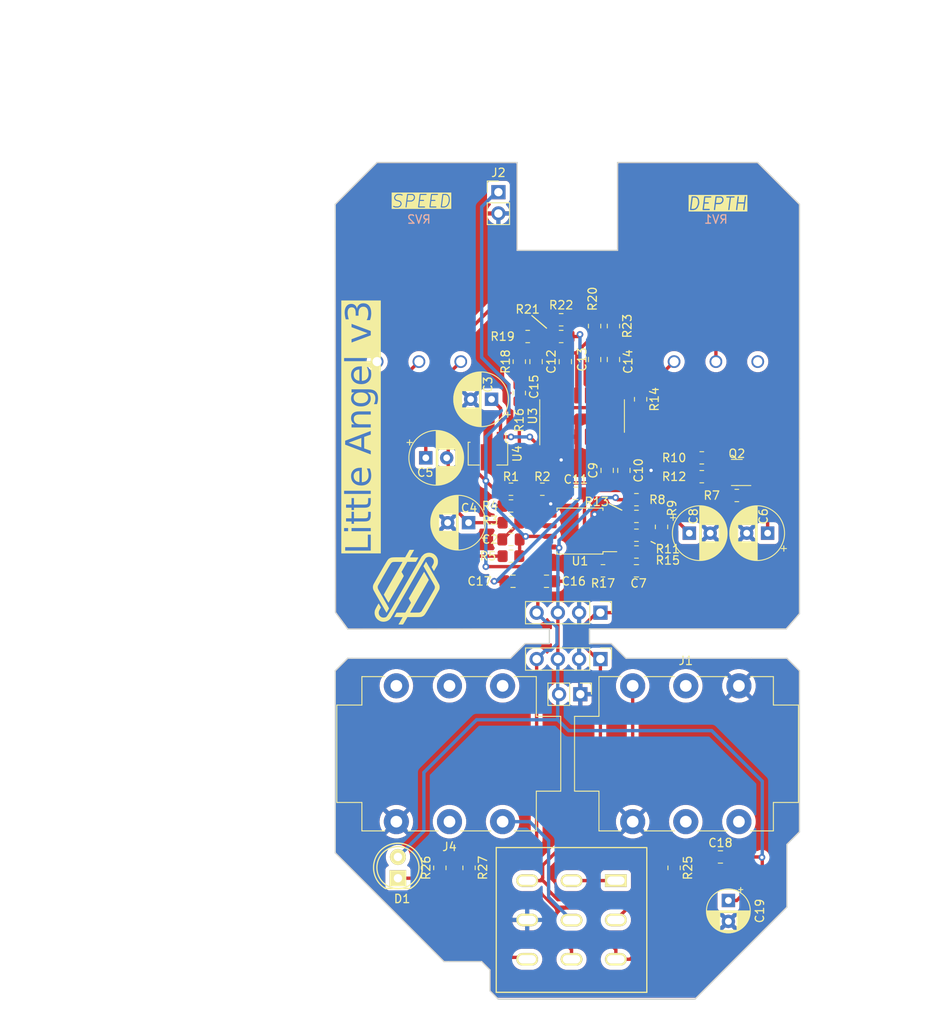
<source format=kicad_pcb>
(kicad_pcb (version 20221018) (generator pcbnew)
  (layers (0 "F.Cu" signal) (31 "B.Cu" signal) (34 "B.Paste" user) (35 "F.Paste" user) (36 "B.SilkS" user "B.Silkscreen") (37 "F.SilkS" user "F.Silkscreen") (38 "B.Mask" user) (39 "F.Mask" user) (44 "Edge.Cuts" user))
  (net 0 "")
  (net 1 "GND")
  (net 2 "+9V")
  (net 3 "Net-(D1-K)")
  (net 4 "Net-(U1B--)")
  (net 5 "Net-(C2-Pad2)")
  (net 6 "Net-(C4-Pad1)")
  (net 7 "Net-(U3-CC1)")
  (net 8 "Net-(U3-CC0)")
  (net 9 "O")
  (net 10 "I")
  (net 11 "Net-(SW1C-C)")
  (net 12 "Net-(U3-LPF2-OUT)")
  (net 13 "Net-(SW1A-A)")
  (net 16 "Net-(U3-LPF2-IN)")
  (net 17 "Net-(U3-OP2-OUT)")
  (net 18 "Net-(U3-OP2-IN)")
  (net 19 "Net-(U3-OP1-IN)")
  (net 20 "Net-(U3-OP1-OUT)")
  (net 21 "Net-(U3-LPF1-IN)")
  (net 22 "Net-(U3-LPF1-OUT)")
  (net 23 "Net-(U1B-+)")
  (net 24 "Net-(U1A--)")
  (net 25 "Net-(U1A-+)")
  (net 26 "Net-(U3-REF)")
  (net 27 "Net-(U3-VCO)")
  (net 29 "+5V")
  (net 30 "Net-(C5-Pad1)")
  (net 31 "Net-(Q2-B)")
  (net 32 "Net-(C7-Pad2)")
  (net 33 "Net-(C8-Pad1)")
  (net 34 "Net-(C11-Pad1)")
  (net 35 "Net-(C11-Pad2)")
  (net 36 "Net-(C16-Pad1)")
  (net 37 "Net-(C17-Pad1)")
  (net 38 "Net-(Q2-C)")
  (net 39 "Net-(R5-Pad2)")
  (net 40 "Net-(R14-Pad1)")
  (net 41 "Net-(R16-Pad2)")
  (net 42 "Net-(R20-Pad1)")
  (net 46 "Net-(SW1A-B)")
  (net 50 "Net-(SW1B-B)")
  (footprint "KiCad Lib:3PDT-Footswitch" (layer "F.Cu") (at 143.25 142.525 180)
    (fp_text reference "SW1" hide)
    (fp_text value "SW_3PDT" hide)
  )
  (footprint "Connector_PinHeader_2.54mm:PinHeader_1x02_P2.54mm_Vertical" (layer "F.Cu") (at 144.3 115.55 -90)
    (fp_text reference "J3" hide)
    (fp_text value "V+ GND")
  )
  (footprint "Connector_Audio:Jack_6.35mm_Neutrik_NMJ6HCD2_Horizontal" (layer "F.Cu") (at 150.56 114.55)
    (fp_text reference "J1")
    (fp_text value "NMJ6HCD2")
  )
  (footprint "Pin_Headers:Pin_Header_Straight_1x04_Pitch2.54mm" (layer "F.Cu") (at 146.7 111.35 -90)
    (fp_text reference "JOVGI1" hide)
    (fp_text value "OVGI" hide)
  )
  (footprint "Pin_Headers:Pin_Header_Straight_1x04_Pitch2.54mm" (layer "F.Cu") (at 146.7 105.8 -90)
    (fp_text reference "JOVGI2" hide)
    (fp_text value "OVGI" hide)
  )
  (footprint "Capacitor_THT:CP_Radial_D5.0mm_P2.50mm" (layer "F.Cu") (at 162 140.2 -90)
    (fp_text reference "C19")
    (fp_text value "100uF")
  )
  (footprint "LEDs:LED-5MM" (layer "F.Cu") (at 122.5 137.54 90)
    (fp_text reference "D1")
    (fp_text value "LED" hide)
  )
  (footprint "Resistor_SMD:R_0805_2012Metric_Pad1.20x1.40mm_HandSolder" (layer "F.Cu") (at 155.51 136.3 -90)
    (fp_text reference "R25")
    (fp_text value "1M")
  )
  (footprint "Resistor_SMD:R_0805_2012Metric_Pad1.20x1.40mm_HandSolder" (layer "F.Cu") (at 127.51 136.3 90)
    (fp_text reference "R26")
    (fp_text value "1K")
  )
  (footprint "Resistor_SMD:R_0805_2012Metric_Pad1.20x1.40mm_HandSolder" (layer "F.Cu") (at 131 136.3 -90)
    (fp_text reference "R27")
    (fp_text value "100K")
  )
  (footprint "Capacitor_SMD:C_0805_2012Metric_Pad1.18x1.45mm_HandSolder" (layer "F.Cu") (at 161.05 135)
    (fp_text reference "C18")
    (fp_text value "100nF")
  )
  (footprint "Connector_Audio:Jack_6.35mm_Neutrik_NMJ6HCD2_Horizontal" (layer "F.Cu") (at 135.01 130.78 180)
    (fp_text reference "J4")
    (fp_text value "NMJ6HCD2")
  )
  (footprint "Connector_PinHeader_2.54mm:PinHeader_1x02_P2.54mm_Vertical" (layer "F.Cu") (at 134.51 55.55)
    (fp_text reference "J2")
    (fp_text value "V+ GND")
  )
  (footprint "Resistor_SMD:R_0805_2012Metric_Pad1.20x1.40mm_HandSolder" (layer "F.Cu") (at 136.01 91.05 180)
    (fp_text reference "R1")
    (fp_text value "100k")
  )
  (footprint "Capacitor_THT:CP_Radial_D6.3mm_P2.50mm" (layer "F.Cu") (at 157.327621 96.3)
    (fp_text reference "C8")
    (fp_text value "47uF")
  )
  (footprint "Capacitor_THT:CP_Radial_D6.3mm_P2.50mm" (layer "F.Cu") (at 133.69238 80.3 180)
    (fp_text reference "C3")
    (fp_text value "47uF")
  )
  (footprint "Resistor_SMD:R_0805_2012Metric_Pad1.20x1.40mm_HandSolder" (layer "F.Cu") (at 151.01 98.55 180)
    (fp_text reference "R15")
    (fp_text value "1M")
  )
  (footprint "Resistor_SMD:R_0805_2012Metric_Pad1.20x1.40mm_HandSolder" (layer "F.Cu") (at 151.51 80.3 -90)
    (fp_text reference "R14")
    (fp_text value "33k")
  )
  (footprint "Pedal-Components:tkw" (layer "F.Cu") (at 123.51 102.8 90)
    (fp_text reference "G***" hide)
    (fp_text value "LOGO" hide)
  )
  (footprint "Resistor_SMD:R_0805_2012Metric_Pad1.20x1.40mm_HandSolder" (layer "F.Cu") (at 147.01 100.8 180)
    (fp_text reference "R17")
    (fp_text value "10k")
  )
  (footprint "Capacitor_SMD:C_0805_2012Metric_Pad1.18x1.45mm_HandSolder" (layer "F.Cu") (at 140.26 102.05 180)
    (fp_text reference "C16")
    (fp_text value "100nF")
  )
  (footprint "Resistor_SMD:R_0805_2012Metric_Pad1.20x1.40mm_HandSolder" (layer "F.Cu") (at 163.01 91.8 180)
    (fp_text reference "R7")
    (fp_text value "68K")
  )
  (footprint "Capacitor_THT:CP_Radial_D6.3mm_P2.50mm" (layer "F.Cu") (at 125.827621 87.3)
    (fp_text reference "C5")
    (fp_text value "10uF")
  )
  (footprint "Package_TO_SOT_SMD:SOT-23" (layer "F.Cu") (at 163.01 89.05 180)
    (fp_text reference "Q2")
    (fp_text value "MMBT3904")
  )
  (footprint "Capacitor_THT:CP_Radial_D6.3mm_P2.50mm" (layer "F.Cu") (at 166.69238 96.3 180)
    (fp_text reference "C6")
    (fp_text value "47uF")
  )
  (footprint "Package_SO:SOIC-16_3.9x9.9mm_P1.27mm" (layer "F.Cu") (at 144.51 82.3 90)
    (fp_text reference "U3")
    (fp_text value "PT2399")
  )
  (footprint "Resistor_SMD:R_0805_2012Metric_Pad1.20x1.40mm_HandSolder" (layer "F.Cu") (at 151.01 96.55 180)
    (fp_text reference "R11")
    (fp_text value "470k")
  )
  (footprint "Resistor_SMD:R_0805_2012Metric_Pad1.20x1.40mm_HandSolder" (layer "F.Cu") (at 142.01 70.8 180)
    (fp_text reference "R22")
    (fp_text value "10k")
  )
  (footprint "Resistor_SMD:R_0805_2012Metric_Pad1.20x1.40mm_HandSolder" (layer "F.Cu") (at 154.01 95.55 90)
    (fp_text reference "R9")
    (fp_text value "10k")
  )
  (footprint "Resistor_SMD:R_0805_2012Metric_Pad1.20x1.40mm_HandSolder" (layer "F.Cu") (at 138.01 72.8 180)
    (fp_text reference "R19")
    (fp_text value "10k")
  )
  (footprint "Resistor_SMD:R_0805_2012Metric_Pad1.20x1.40mm_HandSolder" (layer "F.Cu") (at 137.01 75.8 90)
    (fp_text reference "R18")
    (fp_text value "10k")
  )
  (footprint "Resistor_SMD:R_0805_2012Metric_Pad1.20x1.40mm_HandSolder" (layer "F.Cu") (at 139.76 91.05 180)
    (fp_text reference "R2")
    (fp_text value "47k")
  )
  (footprint "Resistor_SMD:R_0805_2012Metric_Pad1.20x1.40mm_HandSolder" (layer "F.Cu") (at 136.01 99.05 180)
    (fp_text reference "R5")
    (fp_text value "4k7")
  )
  (footprint "Resistor_SMD:R_0805_2012Metric_Pad1.20x1.40mm_HandSolder" (layer "F.Cu") (at 151.01 94.3 180)
    (fp_text reference "R13")
    (fp_text value "330k")
  )
  (footprint "Capacitor_SMD:C_0805_2012Metric_Pad1.18x1.45mm_HandSolder" (layer "F.Cu") (at 147.51 88.8 90)
    (fp_text reference "C9")
    (fp_text value "100nF")
  )
  (footprint "Capacitor_SMD:C_0805_2012Metric_Pad1.18x1.45mm_HandSolder" (layer "F.Cu") (at 136.01 97.05)
    (fp_text reference "C2")
    (fp_text value "10nF")
  )
  (footprint "Capacitor_SMD:C_0805_2012Metric_Pad1.18x1.45mm_HandSolder" (layer "F.Cu") (at 136.26 102.05)
    (fp_text reference "C17")
    (fp_text value "100nF")
  )
  (footprint "Resistor_SMD:R_0805_2012Metric_Pad1.20x1.40mm_HandSolder" (layer "F.Cu") (at 136.01 93.05 180)
    (fp_text reference "R4")
    (fp_text value "220k")
  )
  (footprint "Resistor_SMD:R_0805_2012Metric_Pad1.20x1.40mm_HandSolder" (layer "F.Cu") (at 146.01 71.55 -90)
    (fp_text reference "R20")
    (fp_text value "10k")
  )
  (footprint "Capacitor_SMD:C_0805_2012Metric_Pad1.18x1.45mm_HandSolder" (layer "F.Cu") (at 143.76 91.55)
    (fp_text reference "C11")
    (fp_text value "100nF")
  )
  (footprint "Capacitor_SMD:C_0805_2012Metric_Pad1.18x1.45mm_HandSolder" (layer "F.Cu") (at 151.01 100.8)
    (fp_text reference "C7")
    (fp_text value "100nF")
  )
  (footprint "Resistor_SMD:R_0805_2012Metric_Pad1.20x1.40mm_HandSolder" (layer "F.Cu") (at 151.01 92.3 180)
    (fp_text reference "R8")
    (fp_text value "10k")
  )
  (footprint "Resistor_SMD:R_0805_2012Metric_Pad1.20x1.40mm_HandSolder" (layer "F.Cu") (at 136.01 95.05 180)
    (fp_text reference "R3")
    (fp_text value "220K")
  )
  (footprint "Capacitor_SMD:C_0805_2012Metric_Pad1.18x1.45mm_HandSolder" (layer "F.Cu") (at 146.01 75.55 -90)
    (fp_text reference "C13")
    (fp_text value "100n")
  )
  (footprint "Resistor_SMD:R_0805_2012Metric_Pad1.20x1.40mm_HandSolder" (layer "F.Cu") (at 158.82 87.3 180)
    (fp_text reference "R10")
    (fp_text value "100R")
  )
  (footprint "Package_TO_SOT_SMD:SOT-89-3" (layer "F.Cu") (at 133.26 86.8 -90)
    (fp_text reference "U4")
    (fp_text value "MC78L05_SOT89")
  )
  (footprint "Capacitor_SMD:C_0805_2012Metric_Pad1.18x1.45mm_HandSolder" (layer "F.Cu") (at 149.51 88.8 90)
    (fp_text reference "C10")
    (fp_text value "100nF")
  )
  (footprint "Package_SO:SOIC-8_5.275x5.275mm_P1.27mm" (layer "F.Cu") (at 144.26 96.05 180)
    (fp_text reference "U1")
    (fp_text value "NE5532")
  )
  (footprint "Resistor_SMD:R_0805_2012Metric_Pad1.20x1.40mm_HandSolder" (layer "F.Cu") (at 158.82 89.55)
    (fp_text reference "R12")
    (fp_text value "2k2")
  )
  (footprint "Pedal-Components:1590B" (layer "F.Cu") (at 112.94 154.659085)
    (fp_text reference "N1" hide)
    (fp_text value "Housing")
  )
  (footprint "Capacitor_SMD:C_0805_2012Metric_Pad1.18x1.45mm_HandSolder" (layer "F.Cu") (at 142.51 75.8 90)
    (fp_text reference "C12")
    (fp_text value "10n")
  )
  (footprint "Capacitor_SMD:C_0805_2012Metric_Pad1.18x1.45mm_HandSolder" (layer "F.Cu") (at 148.26 75.55 90)
    (fp_text reference "C14")
    (fp_text value "100n")
  )
  (footprint "Resistor_SMD:R_0805_2012Metric_Pad1.20x1.40mm_HandSolder" (layer "F.Cu") (at 142.01 72.8)
    (fp_text reference "R21")
    (fp_text value "10k")
  )
  (footprint "Capacitor_THT:CP_Radial_D6.3mm_P2.50mm" (layer "F.Cu") (at 130.94238 95.05 180)
    (fp_text reference "C4")
    (fp_text value "10uF")
  )
  (footprint "Capacitor_SMD:C_0805_2012Metric_Pad1.18x1.45mm_HandSolder" (layer "F.Cu") (at 139.01 75.8 90)
    (fp_text reference "C15")
    (fp_text value "3n3")
  )
  (footprint "Resistor_SMD:R_0805_2012Metric_Pad1.20x1.40mm_HandSolder" (layer "F.Cu") (at 148.26 71.55 -90)
    (fp_text reference "R23")
    (fp_text value "10k")
  )
  (footprint "Resistor_SMD:R_0805_2012Metric_Pad1.20x1.40mm_HandSolder" (layer "F.Cu") (at 137.01 79.55 90)
    (fp_text reference "R16")
    (fp_text value "10k")
  )
  (footprint "Pedal-Components:Potentiometer_ALPHA_RV16106N" (layer "B.Cu") (at 125.01 59.3 180)
    (fp_text reference "RV2")
    (fp_text value "100k lin")
  )
  (footprint "Pedal-Components:Potentiometer_ALPHA_RV16106N" (layer "B.Cu") (at 160.51 59.3 180)
    (fp_text reference "RV1")
    (fp_text value "470K lin")
  )
  (gr_line (start 140.26 71.8) (end 138.51 70.3) (stroke (width 0.15)) (layer "F.SilkS"))
  (gr_line (start 147.76 92.8) (end 149.26 93.55) (stroke (width 0.15)) (layer "F.SilkS"))
  (gr_line (start 153.26 97.55) (end 152.76 97.3) (stroke (width 0.15)) (layer "F.SilkS"))
  (gr_line (start 145.4 107.75) (end 168.91 107.75) (stroke (width 0.15)) (layer "Edge.Cuts"))
  (gr_line (start 137.7 109.5) (end 140.6 109.5) (stroke (width 0.15)) (layer "Edge.Cuts"))
  (gr_line (start 128 147.5) (end 127 146.5) (stroke (width 0.15)) (layer "Edge.Cuts"))
  (gr_line (start 115 134.5) (end 115 121) (stroke (width 0.15)) (layer "Edge.Cuts"))
  (gr_line (start 170.5 105.92) (end 168.91 107.75) (stroke (width 0.15)) (layer "Edge.Cuts"))
  (gr_line (start 145.4 109.5) (end 148 109.5) (stroke (width 0.15)) (layer "Edge.Cuts"))
  (gr_line (start 148.75 62.5) (end 148.75 52) (stroke (width 0.15)) (layer "Edge.Cuts"))
  (gr_line (start 127 146.5) (end 115 134.5) (stroke (width 0.15)) (layer "Edge.Cuts"))
  (gr_line (start 115 57) (end 115.03 105.76) (stroke (width 0.15)) (layer "Edge.Cuts"))
  (gr_line (start 169 141) (end 158 152) (stroke (width 0.15)) (layer "Edge.Cuts"))
  (gr_line (start 133.5 151) (end 133.5 148.5) (stroke (width 0.15)) (layer "Edge.Cuts"))
  (gr_line (start 149.75 111.25) (end 164.75 111.25) (stroke (width 0.15)) (layer "Edge.Cuts"))
  (gr_line (start 165.5 52) (end 170.5 57) (stroke (width 0.15)) (layer "Edge.Cuts"))
  (gr_line (start 169 133.5) (end 170.5 132) (stroke (width 0.15)) (layer "Edge.Cuts"))
  (gr_line (start 140.6 107.75) (end 140.6 109.5) (stroke (width 0.15)) (layer "Edge.Cuts"))
  (gr_line (start 115 57) (end 120 52) (stroke (width 0.15)) (layer "Edge.Cuts"))
  (gr_line (start 170.5 85) (end 170.5 57) (stroke (width 0.15)) (layer "Edge.Cuts"))
  (gr_line (start 136.75 62.5) (end 148.75 62.5) (stroke (width 0.15)) (layer "Edge.Cuts"))
  (gr_line (start 136.75 52) (end 120 52) (stroke (width 0.15)) (layer "Edge.Cuts"))
  (gr_line (start 170.5 112.75) (end 169 111.25) (stroke (width 0.15)) (layer "Edge.Cuts"))
  (gr_line (start 115.03 105.76) (end 116.5 107.76) (stroke (width 0.15)) (layer "Edge.Cuts"))
  (gr_line (start 135.95 111.25) (end 117 111.25) (stroke (width 0.15)) (layer "Edge.Cuts"))
  (gr_line (start 134.5 152) (end 158 152) (stroke (width 0.15)) (layer "Edge.Cuts"))
  (gr_line (start 137.7 109.5) (end 135.95 111.25) (stroke (width 0.15)) (layer "Edge.Cuts"))
  (gr_line (start 169 133.5) (end 169 141) (stroke (width 0.15)) (layer "Edge.Cuts"))
  (gr_line (start 170.5 105.92) (end 170.5 85) (stroke (width 0.15)) (layer "Edge.Cuts"))
  (gr_line (start 136.75 52) (end 136.75 62.5) (stroke (width 0.15)) (layer "Edge.Cuts"))
  (gr_line (start 134.5 152) (end 133.5 151) (stroke (width 0.15)) (layer "Edge.Cuts"))
  (gr_line (start 133.5 148.5) (end 132.5 147.5) (stroke (width 0.15)) (layer "Edge.Cuts"))
  (gr_line (start 115 112.75) (end 115 121) (stroke (width 0.15)) (layer "Edge.Cuts"))
  (gr_line (start 148.75 52) (end 165.5 52) (stroke (width 0.15)) (layer "Edge.Cuts"))
  (gr_line (start 132.5 147.5) (end 128.5 147.5) (stroke (width 0.15)) (layer "Edge.Cuts"))
  (gr_line (start 145.4 107.75) (end 145.4 109.5) (stroke (width 0.15)) (layer "Edge.Cuts"))
  (gr_line (start 169 111.25) (end 164.75 111.25) (stroke (width 0.15)) (layer "Edge.Cuts"))
  (gr_line (start 116.5 111.25) (end 115 112.75) (stroke (width 0.15)) (layer "Edge.Cuts"))
  (gr_line (start 148 109.5) (end 149.75 111.25) (stroke (width 0.15)) (layer "Edge.Cuts"))
  (gr_line (start 170.5 132) (end 170.5 112.75) (stroke (width 0.15)) (layer "Edge.Cuts"))
  (gr_line (start 128.5 147.5) (end 128 147.5) (stroke (width 0.15)) (layer "Edge.Cuts"))
  (gr_line (start 116.5 107.76) (end 140.6 107.75) (stroke (width 0.15)) (layer "Edge.Cuts"))
  (gr_line (start 117 111.25) (end 116.5 111.25) (stroke (width 0.15)) (layer "Edge.Cuts"))
  (gr_text "Little Angel v3" (at 119.76 98.8 90) (layer "F.SilkS" knockout) (effects (font (size 3 3) (thickness 0.15) italic) (justify left bottom)))
  (gr_text "DEPTH" (at 157.04 57.81) (layer "F.SilkS" knockout) (effects (font (size 1.5 1.5) (thickness 0.15) italic) (justify left bottom)))
  (gr_text "SPEED" (at 121.61 57.51) (layer "F.SilkS" knockout) (effects (font (size 1.5 1.5) (thickness 0.125) italic) (justify left bottom)))
  (via (at 140.76 92.8) (size 0.8) (drill 0.4) (layers "F.Cu" "B.Cu") (net 1))
  (via (at 142.01 87.55) (size 0.8) (drill 0.4) (layers "F.Cu" "B.Cu") (net 1))
  (via (at 152.76 88.8) (size 0.8) (drill 0.4) (layers "F.Cu" "B.Cu") (net 1))
  (via (at 146.01 94.05) (size 0.8) (drill 0.4) (layers "F.Cu" "B.Cu") (net 1))
  (segment (start 162 140.2) (end 163 140.2) (width 0.4) (layer "F.Cu") (net 2))
  (segment (start 140.66 97.955) (end 141.665 97.955) (width 0.4) (layer "F.Cu") (net 2))
  (segment (start 166.01 135.05) (end 166.05 135.01) (width 0.4) (layer "F.Cu") (net 2))
  (segment (start 162.0875 135) (end 166.05 135) (width 0.4) (layer "F.Cu") (net 2))
  (segment (start 163 140.2) (end 166.05 137.15) (width 0.4) (layer "F.Cu") (net 2))
  (segment (start 166.05 137.15) (end 166.05 135.09) (width 0.4) (layer "F.Cu") (net 2))
  (segment (start 166.05 135.09) (end 166.01 135.05) (width 0.4) (layer "F.Cu") (net 2))
  (segment (start 141.665 97.955) (end 141.76 98.05) (width 0.4) (layer "F.Cu") (net 2))
  (segment (start 131.76 84.85) (end 131.76 88.8) (width 0.4) (layer "F.Cu") (net 2))
  (segment (start 140.66 97.955) (end 138.315 100.3) (width 0.4) (layer "F.Cu") (net 2))
  (segment (start 149.01 92.3) (end 148.76 92.3) (width 0.4) (layer "F.Cu") (net 2))
  (segment (start 138.315 100.3) (end 133.01 100.3) (width 0.4) (layer "F.Cu") (net 2))
  (segment (start 166.05 135.01) (end 166.05 135) (width 0.4) (layer "F.Cu") (net 2))
  (segment (start 141.62 105.8) (end 141.62 111.35) (width 0.4) (layer "F.Cu") (net 2))
  (segment (start 134.01 91.05) (end 135.01 91.05) (width 0.4) (layer "F.Cu") (net 2))
  (segment (start 148.76 92.3) (end 148.51 92.05) (width 0.4) (layer "F.Cu") (net 2))
  (segment (start 131.76 88.8) (end 134.01 91.05) (width 0.4) (layer "F.Cu") (net 2))
  (segment (start 150.01 92.3) (end 149.01 92.3) (width 0.4) (layer "F.Cu") (net 2))
  (via (at 141.76 98.05) (size 0.8) (drill 0.4) (layers "F.Cu" "B.Cu") (net 2))
  (via (at 133.01 90.05) (size 0.8) (drill 0.4) (layers "F.Cu" "B.Cu") (net 2))
  (via (at 133.01 100.3) (size 0.8) (drill 0.4) (layers "F.Cu" "B.Cu") (net 2))
  (via (at 148.51 92.05) (size 0.8) (drill 0.4) (layers "F.Cu" "B.Cu") (net 2))
  (via (at 166.01 135.05) (size 0.8) (drill 0.4) (layers "F.Cu" "B.Cu") (net 2))
  (segment (start 141.76 97.168629) (end 146.878629 92.05) (width 0.4) (layer "B.Cu") (net 2))
  (segment (start 135.76 82.05) (end 133.01 84.8) (width 0.4) (layer "B.Cu") (net 2))
  (segment (start 125.6 131.9) (end 122.5 135) (width 0.4) (layer "B.Cu") (net 2))
  (segment (start 141.62 98.19) (end 141.76 98.05) (width 0.4) (layer "B.Cu") (net 2))
  (segment (start 146.878629 92.05) (end 148.51 92.05) (width 0.4) (layer "B.Cu") (net 2))
  (segment (start 141.6 118.6) (end 142.9 119.9) (width 0.4) (layer "B.Cu") (net 2))
  (segment (start 131.9 118.6) (end 125.6 124.9) (width 0.4) (layer "B.Cu") (net 2))
  (segment (start 141.62 111.35) (end 141.62 112.552081) (width 0.4) (layer "B.Cu") (net 2))
  (segment (start 141.6 112.572081) (end 141.6 118.6) (width 0.4) (layer "B.Cu") (net 2))
  (segment (start 160 119.9) (end 166.05 125.95) (width 0.4) (layer "B.Cu") (net 2))
  (segment (start 141.76 98.05) (end 141.76 97.168629) (width 0.4) (layer "B.Cu") (net 2))
  (segment (start 125.6 124.9) (end 125.6 131.9) (width 0.4) (layer "B.Cu") (net 2))
  (segment (start 134.26 55.55) (end 132.51 57.3) (width 0.4) (layer "B.Cu") (net 2))
  (segment (start 142.9 119.9) (end 160 119.9) (width 0.4) (layer "B.Cu") (net 2))
  (segment (start 135.76 78.55) (end 135.76 82.05) (width 0.4) (layer "B.Cu") (net 2))
  (segment (start 141.62 112.552081) (end 141.6 112.572081) (width 0.4) (layer "B.Cu") (net 2))
  (segment (start 166.05 125.95) (end 166.05 135) (width 0.4) (layer "B.Cu") (net 2))
  (segment (start 133.01 100.3) (end 133.01 90.05) (width 0.4) (layer "B.Cu") (net 2))
  (segment (start 132.51 75.3) (end 135.76 78.55) (width 0.4) (layer "B.Cu") (net 2))
  (segment (start 132.51 57.3) (end 132.51 75.3) (width 0.4) (layer "B.Cu") (net 2))
  (segment (start 134.51 55.55) (end 134.26 55.55) (width 0.4) (layer "B.Cu") (net 2))
  (segment (start 141.6 118.6) (end 131.9 118.6) (width 0.4) (layer "B.Cu") (net 2))
  (segment (start 133.01 84.8) (end 133.01 90.05) (width 0.4) (layer "B.Cu") (net 2))
  (segment (start 141.62 105.8) (end 141.62 98.19) (width 0.4) (layer "B.Cu") (net 2))
  (segment (start 127.51 137.3) (end 127.27 137.54) (width 0.4) (layer "F.Cu") (net 3))
  (segment (start 122.5 137.5) (end 122.75 137.5) (width 0.4) (layer "F.Cu") (net 3))
  (segment (start 127.27 137.54) (end 122.5 137.54) (width 0.4) (layer "F.Cu") (net 3))
  (segment (start 135.01 97.05) (end 137.01 95.05) (width 0.4) (layer "F.Cu") (net 4))
  (segment (start 140.66 95.415) (end 137.375 95.415) (width 0.4) (layer "F.Cu") (net 4))
  (segment (start 137.375 95.415) (end 137.01 95.05) (width 0.4) (layer "F.Cu") (net 4))
  (segment (start 134.9725 97.05) (end 135.01 97.05) (width 0.4) (layer "F.Cu") (net 4))
  (segment (start 137.0475 97.05) (end 137.0475 99.0125) (width 0.4) (layer "F.Cu") (net 5))
  (segment (start 137.4125 96.685) (end 137.0475 97.05) (width 0.4) (layer "F.Cu") (net 5))
  (segment (start 137.76 96.685) (end 137.4125 96.685) (width 0.4) (layer "F.Cu") (net 5))
  (segment (start 140.66 96.685) (end 137.76 96.685) (width 0.4) (layer "F.Cu") (net 5))
  (segment (start 135.01 93.05) (end 134.01 93.05) (width 0.4) (layer "F.Cu") (net 5))
  (segment (start 137.0475 99.0125) (end 137.01 99.05) (width 0.4) (layer "F.Cu") (net 5))
  (via (at 134.01 93.05) (size 0.8) (drill 0.4) (layers "F.Cu" "B.Cu") (net 5))
  (via (at 137.76 96.685) (size 0.8) (drill 0.4) (layers "F.Cu" "B.Cu") (net 5))
  (segment (start 137.76 96.8) (end 137.875 96.8) (width 0.4) (layer "B.Cu") (net 5))
  (segment (start 137.875 96.8) (end 137.76 96.685) (width 0.4) (layer "B.Cu") (net 5))
  (segment (start 134.01 93.05) (end 137.76 96.8) (width 0.4) (layer "B.Cu") (net 5))
  (segment (start 128.51 92.61762) (end 130.94238 95.05) (width 0.4) (layer "F.Cu") (net 6))
  (segment (start 128.51 77.3) (end 128.51 92.61762) (width 0.4) (layer "F.Cu") (net 6))
  (segment (start 130.94238 95.05) (end 135.01 95.05) (width 0.4) (layer "F.Cu") (net 6))
  (segment (start 128.51 77.3) (end 130.01 75.8) (width 0.4) (layer "F.Cu") (net 6))
  (segment (start 147.685 85.85) (end 147.685 87.5875) (width 0.4) (layer "F.Cu") (net 7))
  (segment (start 147.685 87.5875) (end 147.51 87.7625) (width 0.4) (layer "F.Cu") (net 7))
  (segment (start 148.955 85.85) (end 148.955 87.2075) (width 0.4) (layer "F.Cu") (net 8))
  (segment (start 148.955 87.2075) (end 149.51 87.7625) (width 0.4) (layer "F.Cu") (net 8))
  (segment (start 139.08 111.35) (end 139.08 132.92) (width 0.4) (layer "F.Cu") (net 9))
  (segment (start 131 135.02) (end 131.22 135.02) (width 0.4) (layer "F.Cu") (net 9))
  (segment (start 139.2225 105.6575) (end 139.08 105.8) (width 0.4) (layer "F.Cu") (net 9))
  (segment (start 140.6 143.425) (end 143.25 146.075) (width 0.4) (layer "F.Cu") (net 9))
  (segment (start 136.98 135.02) (end 131 135.02) (width 0.4) (layer "F.Cu") (net 9))
  (segment (start 139.08 132.92) (end 136.98 135.02) (width 0.4) (layer "F.Cu") (net 9))
  (segment (start 139.2225 102.05) (end 139.2225 105.6575) (width 0.4) (layer "F.Cu") (net 9))
  (segment (start 131.22 135.02) (end 136.4 140.2) (width 0.4) (layer "F.Cu") (net 9))
  (segment (start 143.25 146.075) (end 143.25 147.225) (width 0.4) (layer "F.Cu") (net 9))
  (segment (start 140.6 141.6) (end 140.6 143.425) (width 0.4) (layer "F.Cu") (net 9))
  (segment (start 139.2 140.2) (end 140.6 141.6) (width 0.4) (layer "F.Cu") (net 9))
  (segment (start 137.2975 102.05) (end 139.2225 102.05) (width 0.4) (layer "F.Cu") (net 9))
  (segment (start 136.4 140.2) (end 139.2 140.2) (width 0.4) (layer "F.Cu") (net 9))
  (segment (start 140.33 107.05) (end 139.08 105.8) (width 0.4) (layer "B.Cu") (net 9))
  (segment (start 140.13 110.3) (end 139.08 111.35) (width 0.4) (layer "B.Cu") (net 9))
  (segment (start 141.01 107.05) (end 141.51 107.55) (width 0.4) (layer "B.Cu") (net 9))
  (segment (start 140.76 110.3) (end 140.13 110.3) (width 0.4) (layer "B.Cu") (net 9))
  (segment (start 141.51 109.55) (end 140.76 110.3) (width 0.4) (layer "B.Cu") (net 9))
  (segment (start 141.51 107.55) (end 141.51 109.55) (width 0.4) (layer "B.Cu") (net 9))
  (segment (start 141.01 107.05) (end 140.33 107.05) (width 0.4) (layer "B.Cu") (net 9))
  (segment (start 148.55 146.075) (end 145.9 143.425) (width 0.4) (layer "F.Cu") (net 10))
  (segment (start 151.925 145.575) (end 152.5 145) (width 0.4) (layer "F.Cu") (net 10))
  (segment (start 148.55 147.225) (end 148.55 146.075) (width 0.4) (layer "F.Cu") (net 10))
  (segment (start 152.5 145) (end 152.5 141.5) (width 0.4) (layer "F.Cu") (net 10))
  (segment (start 146.7 111.35) (end 146.7 122.94) (width 0.4) (layer "F.Cu") (net 10))
  (segment (start 141.6 140.1) (end 140.5 139) (width 0.4) (layer "F.Cu") (net 10))
  (segment (start 145 130.8) (end 145 124.64) (width 0.4) (layer "F.Cu") (net 10))
  (segment (start 148.51 105.8) (end 150.01 104.3) (width 0.4) (layer "F.Cu") (net 10))
  (segment (start 139.8 137.525) (end 139.8 136) (width 0.4) (layer "F.Cu") (net 10))
  (segment (start 151.9 145.575) (end 151.925 145.575) (width 0.4) (layer "F.Cu") (net 10))
  (segment (start 145 124.64) (end 146.7 122.94) (width 0.4) (layer "F.Cu") (net 10))
  (segment (start 154 140) (end 154 136.25) (width 0.4) (layer "F.Cu") (net 10))
  (segment (start 139.825 137.825) (end 139.5 137.825) (width 0.4) (layer "F.Cu") (net 10))
  (segment (start 139.8 136) (end 145 130.8) (width 0.4) (layer "F.Cu") (net 10))
  (segment (start 140.5 138.5) (end 139.825 137.825) (width 0.4) (layer "F.Cu") (net 10))
  (segment (start 149.9725 104.2625) (end 149.9725 100.8) (width 0.4) (layer "F.Cu") (net 10))
  (segment (start 154 136.25) (end 155.5 134.75) (width 0.4) (layer "F.Cu") (net 10))
  (segment (start 144.51 107.55) (end 144.51 109.55) (width 0.4) (layer "F.Cu") (net 10))
  (segment (start 140.5 139) (end 140.5 138.5) (width 0.4) (layer "F.Cu") (net 10))
  (segment (start 145.9 141.6) (end 144.4 140.1) (width 0.4) (layer "F.Cu") (net 10))
  (segment (start 146.7 105.8) (end 148.51 105.8) (width 0.4) (layer "F.Cu") (net 10))
  (segment (start 150.01 104.3) (end 149.9725 104.2625) (width 0.4) (layer "F.Cu") (net 10))
  (segment (start 150.25 147.225) (end 151.9 145.575) (width 0.4) (layer "F.Cu") (net 10))
  (segment (start 146.26 105.8) (end 144.51 107.55) (width 0.4) (layer "F.Cu") (net 10))
  (segment (start 146.31 111.35) (end 146.7 111.35) (width 0.4) (layer "F.Cu") (net 10))
  (segment (start 137.95 137.825) (end 139.5 137.825) (width 0.4) (layer "F.Cu") (net 10))
  (segment (start 148.55 147.225) (end 150.25 147.225) (width 0.4) (layer "F.Cu") (net 10))
  (segment (start 144.4 140.1) (end 141.6 140.1) (width 0.4) (layer "F.Cu") (net 10))
  (segment (start 144.51 109.55) (end 146.31 111.35) (width 0.4) (layer "F.Cu") (net 10))
  (segment (start 139.5 137.825) (end 139.8 137.525) (width 0.4) (layer "F.Cu") (net 10))
  (segment (start 145.9 143.425) (end 145.9 141.6) (width 0.4) (layer "F.Cu") (net 10))
  (segment (start 152.5 141.5) (end 154 140) (width 0.4) (layer "F.Cu") (net 10))
  (segment (start 133.2 139.9) (end 134.2 140.9) (width 0.4) (layer "F.Cu") (net 11))
  (segment (start 130.9 139.9) (end 133.2 139.9) (width 0.4) (layer "F.Cu") (net 11))
  (segment (start 137.725 147) (end 137.95 147.225) (width 0.4) (layer "F.Cu") (net 11))
  (segment (start 128.749489 137.749489) (end 130.9 139.9) (width 0.4) (layer "F.Cu") (net 11))
  (segment (start 128.749489 135.879489) (end 128.749489 137.749489) (width 0.4) (layer "F.Cu") (net 11))
  (segment (start 134.2 140.9) (end 134.2 145.1) (width 0.4) (layer "F.Cu") (net 11))
  (segment (start 127.75 135) (end 127.87 135) (width 0.4) (layer "F.Cu") (net 11))
  (segment (start 127.87 135) (end 128.749489 135.879489) (width 0.4) (layer "F.Cu") (net 11))
  (segment (start 134.2 145.1) (end 136.1 147) (width 0.4) (layer "F.Cu") (net 11))
  (segment (start 136.1 147) (end 137.725 147) (width 0.4) (layer "F.Cu") (net 11))
  (segment (start 142.605 76.9325) (end 142.51 76.8375) (width 0.4) (layer "F.Cu") (net 12))
  (segment (start 141.01 72.8) (end 141.01 70.8) (width 0.4) (layer "F.Cu") (net 12))
  (segment (start 142.51 76.8375) (end 141.01 75.3375) (width 0.4) (layer "F.Cu") (net 12))
  (segment (start 142.605 78.75) (end 142.605 76.9325) (width 0.4) (layer "F.Cu") (net 12))
  (segment (start 141.01 75.3375) (end 141.01 72.8) (width 0.4) (layer "F.Cu") (net 12))
  (segment (start 143.25 137.825) (end 148.55 137.825) (width 0.4) (layer "F.Cu") (net 13))
  (segment (start 143.875 74.685) (end 146.01 72.55) (width 0.4) (layer "F.Cu") (net 16))
  (segment (start 143.875 78.75) (end 143.875 74.8) (width 0.4) (layer "F.Cu") (net 16))
  (segment (start 142.51 74.7625) (end 143.8375 74.7625) (width 0.4) (layer "F.Cu") (net 16))
  (segment (start 143.8375 74.7625) (end 143.875 74.8) (width 0.4) (layer "F.Cu") (net 16))
  (segment (start 143.875 74.8) (end 143.875 74.685) (width 0.4) (layer "F.Cu") (net 16))
  (segment (start 144.885 78.49) (end 144.885 75.6375) (width 0.4) (layer "F.Cu") (net 17))
  (segment (start 146.01 74.5125) (end 146.2975 74.5125) (width 0.4) (layer "F.Cu") (net 17))
  (segment (start 146.2975 74.5125) (end 148.26 72.55) (width 0.4) (layer "F.Cu") (net 17))
  (segment (start 144.885 75.6375) (end 146.01 74.5125) (width 0.4) (layer "F.Cu") (net 17))
  (segment (start 145.145 78.75) (end 144.885 78.49) (width 0.4) (layer "F.Cu") (net 17))
  (segment (start 146.415 76.9925) (end 146.01 76.5875) (width 0.4) (layer "F.Cu") (net 18))
  (segment (start 146.415 78.75) (end 146.415 76.9925) (width 0.4) (layer "F.Cu") (net 18))
  (segment (start 147.685 77.1625) (end 148.26 76.5875) (width 0.4) (layer "F.Cu") (net 19))
  (segment (start 147.685 78.75) (end 147.685 77.1625) (width 0.4) (layer "F.Cu") (net 19))
  (segment (start 149.385 78.32) (end 149.385 75.6375) (width 0.4) (layer "F.Cu") (net 20))
  (segment (start 148.955 78.75) (end 149.385 78.32) (width 0.4) (layer "F.Cu") (net 20))
  (segment (start 149.385 75.6375) (end 148.26 74.5125) (width 0.4) (layer "F.Cu") (net 20))
  (segment (start 138.9725 76.8) (end 139.01 76.8375) (width 0.4) (layer "F.Cu") (net 21))
  (segment (start 140.065 78.75) (end 140.065 77.8925) (width 0.4) (layer "F.Cu") (net 21))
  (segment (start 137.01 76.8) (end 138.9725 76.8) (width 0.4) (layer "F.Cu") (net 21))
  (segment (start 140.065 77.8925) (end 139.01 76.8375) (width 0.4) (layer "F.Cu") (net 21))
  (segment (start 141.335 77.0875) (end 139.01 74.7625) (width 0.4) (layer "F.Cu") (net 22))
  (segment (start 141.335 78.75) (end 141.335 77.0875) (width 0.4) (layer "F.Cu") (net 22))
  (segment (start 139.01 74.7625) (end 139.01 72.8) (width 0.4) (layer "F.Cu") (net 22))
  (segment (start 140.66 94.145) (end 138.105 94.145) (width 0.4) (layer "F.Cu") (net 23))
  (segment (start 138.105 94.145) (end 137.01 93.05) (width 0.4) (layer "F.Cu") (net 23))
  (segment (start 137.01 93.05) (end 137.01 91.05) (width 0.4) (layer "F.Cu") (net 23))
  (segment (start 137.01 91.05) (end 138.76 91.05) (width 0.4) (layer "F.Cu") (net 23))
  (segment (start 150.01 96.55) (end 152.01 98.55) (width 0.4) (layer "F.Cu") (net 24))
  (segment (start 149.875 96.685) (end 150.01 96.55) (width 0.4) (layer "F.Cu") (net 24))
  (segment (start 147.86 96.685) (end 149.875 96.685) (width 0.4) (layer "F.Cu") (net 24))
  (segment (start 148.895 95.415) (end 150.01 94.3) (width 0.4) (layer "F.Cu") (net 25))
  (segment (start 147.86 95.415) (end 148.895 95.415) (width 0.4) (layer "F.Cu") (net 25))
  (segment (start 141.335 84.775) (end 141.335 83.475) (width 0.4) (layer "F.Cu") (net 26))
  (segment (start 143.51 81.3) (end 141.335 83.475) (width 0.4) (layer "F.Cu") (net 26))
  (segment (start 151.51 81.3) (end 143.51 81.3) (width 0.4) (layer "F.Cu") (net 26))
  (segment (start 147.01 82.55) (end 146.76 82.8) (width 0.4) (layer "F.Cu") (net 27))
  (segment (start 153.07 82.55) (end 157.82 87.3) (width 0.4) (layer "F.Cu") (net 27))
  (segment (start 146.415 84.775) (end 146.415 83.145) (width 0.4) (layer "F.Cu") (net 27))
  (segment (start 148.76 82.55) (end 153.07 82.55) (width 0.4) (layer "F.Cu") (net 27))
  (segment (start 157.82 87.55) (end 159.82 89.55) (width 0.4) (layer "F.Cu") (net 27))
  (segment (start 157.82 87.3) (end 157.82 87.55) (width 0.4) (layer "F.Cu") (net 27))
  (segment (start 148.76 82.55) (end 147.01 82.55) (width 0.4) (layer "F.Cu") (net 27))
  (segment (start 146.415 83.145) (end 146.76 82.8) (width 0.4) (layer "F.Cu") (net 27))
  (segment (start 139.31 85.85) (end 138.26 84.8) (width 0.4) (layer "F.Cu") (net 29))
  (segment (start 142.41 89.2) (end 141.01 89.2) (width 0.4) (layer "F.Cu") (net 29))
  (segment (start 140.065 88.255) (end 140.065 85.85) (width 0.4) (layer "F.Cu") (net 29))
  (segment (start 145.279239 90.3) (end 143.51 90.3) (width 0.4) (layer "F.Cu") (net 29))
  (segment (start 134.81 84.8) (end 134.76 84.85) (width 0.4) (layer "F.Cu") (net 29))
  (segment (start 146.179239 91.2) (end 145.279239 90.3) (width 0.4) (layer "F.Cu") (net 29))
  (segment (start 136.01 84.8) (end 134.81 84.8) (width 0.4) (layer "F.Cu") (net 29))
  (segment (start 161.41 91.2) (end 146.179239 91.2) (width 0.4) (layer "F.Cu") (net 29))
  (segment (start 162.01 91.8) (end 161.41 91.2) (width 0.4) (layer "F.Cu") (net 29))
  (segment (start 134.76 81.36762) (end 134.76 84.85) (width 0.4) (layer "F.Cu") (net 29))
  (segment (start 133.69238 80.3) (end 134.76 81.36762) (width 0.4) (layer "F.Cu") (net 29))
  (segment (start 140.065 85.85) (end 139.31 85.85) (width 0.4) (layer "F.Cu") (net 29))
  (segment (start 141.01 89.2) (end 140.065 88.255) (width 0.4) (layer "F.Cu") (net 29))
  (segment (start 143.51 90.3) (end 142.41 89.2) (width 0.4) (layer "F.Cu") (net 29))
  (via (at 138.26 84.8) (size 0.8) (drill 0.4) (layers "F.Cu" "B.Cu") (net 29))
  (via (at 136.01 84.8) (size 0.8) (drill 0.4) (layers "F.Cu" "B.Cu") (net 29))
  (segment (start 138.26 84.8) (end 136.01 84.8) (width 0.4) (layer "B.Cu") (net 29))
  (segment (start 160.51 75.8) (end 160.51 70.8) (width 0.4) (layer "F.Cu") (net 30))
  (segment (start 134.51 68.55) (end 125.827621 77.232379) (width 0.4) (layer "F.Cu") (net 30))
  (segment (start 125.827621 77.232379) (end 125.827621 87.3) (width 0.4) (layer "F.Cu") (net 30))
  (segment (start 160.51 70.8) (end 158.26 68.55) (width 0.4) (layer "F.Cu") (net 30))
  (segment (start 158.26 68.55) (end 134.51 68.55) (width 0.4) (layer "F.Cu") (net 30))
  (segment (start 166.69238 96.3) (end 166.69238 92.74488) (width 0.4) (layer "F.Cu") (net 31))
  (segment (start 163.9475 90) (end 165.37875 91.43125) (width 0.4) (layer "F.Cu") (net 31))
  (segment (start 165.37875 91.43125) (end 165.51 91.5625) (width 0.4) (layer "F.Cu") (net 31))
  (segment (start 165.51 91.5625) (end 165.51 91.8) (width 0.4) (layer "F.Cu") (net 31))
  (segment (start 166.69238 92.74488) (end 165.37875 91.43125) (width 0.4) (layer "F.Cu") (net 31))
  (segment (start 164.01 91.8) (end 165.51 91.8) (width 0.4) (layer "F.Cu") (net 31))
  (segment (start 153.26 97.8) (end 152.01 96.55) (width 0.4) (layer "F.Cu") (net 32))
  (segment (start 152.0475 100.8) (end 153.26 99.5875) (width 0.4) (layer "F.Cu") (net 32))
  (segment (start 153.26 99.5875) (end 153.26 97.8) (width 0.4) (layer "F.Cu") (net 32))
  (segment (start 152.01 94.3) (end 155.327621 94.3) (width 0.4) (layer "F.Cu") (net 33))
  (segment (start 155.327621 94.3) (end 157.327621 96.3) (width 0.4) (layer "F.Cu") (net 33))
  (segment (start 152.01 92.3) (end 152.01 94.3) (width 0.4) (layer "F.Cu") (net 33))
  (segment (start 139.51 89.8) (end 141.76 89.8) (width 0.4) (layer "F.Cu") (net 34))
  (segment (start 142.7225 90.7625) (end 142.7225 91.55) (width 0.4) (layer "F.Cu") (net 34))
  (segment (start 137.01 80.55) (end 137.01 87.3) (width 0.4) (layer "F.Cu") (net 34))
  (segment (start 137.01 87.3) (end 139.51 89.8) (width 0.4) (layer "F.Cu") (net 34))
  (segment (start 141.76 89.8) (end 142.7225 90.7625) (width 0.4) (layer "F.Cu") (net 34))
  (segment (start 148.11 98.55) (end 147.86 98.8) (width 0.4) (layer "F.Cu") (net 35))
  (segment (start 144.7975 91.55) (end 144.7975 96.0875) (width 0.4) (layer "F.Cu") (net 35))
  (segment (start 150.01 98.55) (end 148.11 98.55) (width 0.4) (layer "F.Cu") (net 35))
  (segment (start 144.7975 96.0875) (end 146.665 97.955) (width 0.4) (layer "F.Cu") (net 35))
  (segment (start 147.86 98.8) (end 147.86 100.65) (width 0.4) (layer "F.Cu") (net 35))
  (segment (start 147.86 100.65) (end 148.01 100.8) (width 0.4) (layer "F.Cu") (net 35))
  (segment (start 147.86 97.955) (end 147.86 98.8) (width 0.4) (layer "F.Cu") (net 35))
  (segment (start 146.665 97.955) (end 147.86 97.955) (width 0.4) (layer "F.Cu") (net 35))
  (segment (start 141.2975 102.05) (end 144.76 102.05) (width 0.4) (layer "F.Cu") (net 36))
  (segment (start 144.76 102.05) (end 146.01 100.8) (width 0.4) (layer "F.Cu") (net 36))
  (segment (start 135.2225 102.05) (end 134.01 102.05) (width 0.4) (layer "F.Cu") (net 37))
  (segment (start 143.01 72.8) (end 144.01 72.8) (width 0.4) (layer "F.Cu") (net 37))
  (segment (start 134.01 102.05) (end 133.745323 102.05) (width 0.4) (layer "F.Cu") (net 37))
  (segment (start 144.01 72.8) (end 144.26 72.55) (width 0.4) (layer "F.Cu") (net 37))
  (via (at 144.26 72.55) (size 0.8) (drill 0.4) (layers "F.Cu" "B.Cu") (net 37))
  (via (at 134.01 102.05) (size 0.8) (drill 0.4) (layers "F.Cu" "B.Cu") (net 37))
  (segment (start 144.26 92.05) (end 134.26 102.05) (width 0.4) (layer "B.Cu") (net 37))
  (segment (start 144.26 72.55) (end 144.26 92.05) (width 0.4) (layer "B.Cu") (net 37))
  (segment (start 134.26 102.05) (end 134.01 102.05) (width 0.4) (layer "B.Cu") (net 37))
  (segment (start 162.0725 89.05) (end 161.57 89.05) (width 0.4) (layer "F.Cu") (net 38))
  (segment (start 161.57 89.05) (end 159.82 87.3) (width 0.4) (layer "F.Cu") (net 38))
  (segment (start 128.76 99.05) (end 123.26 93.55) (width 0.4) (layer "F.Cu") (net 39))
  (segment (start 135.01 99.05) (end 128.76 99.05) (width 0.4) (layer "F.Cu") (net 39))
  (segment (start 123.26 77.55) (end 125.01 75.8) (width 0.4) (layer "F.Cu") (net 39))
  (segment (start 123.26 93.55) (end 123.26 77.55) (width 0.4) (layer "F.Cu") (net 39))
  (segment (start 151.51 79.3) (end 152.01 79.3) (width 0.4) (layer "F.Cu") (net 40))
  (segment (start 152.01 79.3) (end 155.51 75.8) (width 0.4) (layer "F.Cu") (net 40))
  (segment (start 137.01 74.8) (end 137.01 72.8) (width 0.4) (layer "F.Cu") (net 41))
  (segment (start 135.91 77.45) (end 137.01 78.55) (width 0.4) (layer "F.Cu") (net 41))
  (segment (start 137.01 74.8) (end 135.91 75.9) (width 0.4) (layer "F.Cu") (net 41))
  (segment (start 135.91 75.9) (end 135.91 77.45) (width 0.4) (layer "F.Cu") (net 41))
  (segment (start 143.01 70.8) (end 148.01 70.8) (width 0.4) (layer "F.Cu") (net 42))
  (segment (start 148.01 70.8) (end 148.26 70.55) (width 0.4) (layer "F.Cu") (net 42))
  (segment (start 153.51 124.8) (end 153.51 133.55) (width 0.4) (layer "F.Cu") (net 46))
  (segment (start 150.56 121.85) (end 153.51 124.8) (width 0.4) (layer "F.Cu") (net 46))
  (segment (start 150.56 114.55) (end 150.56 121.85) (width 0.4) (layer "F.Cu") (net 46))
  (segment (start 152.01 135.05) (end 152.01 139.065) (width 0.4) (layer "F.Cu") (net 46))
  (segment (start 153.51 133.55) (end 152.01 135.05) (width 0.4) (layer "F.Cu") (net 46))
  (segment (start 152.01 139.065) (end 148.55 142.525) (width 0.4) (layer "F.Cu") (net 46))
  (segment (start 138.24 130.78) (end 135.01 130.78) (width 0.4) (layer "B.Cu") (net 50))
  (segment (start 140.51 139.81) (end 140.51 133.05) (width 0.4) (layer "B.Cu") (net 50))
  (segment (start 143.25 142.55) (end 140.51 139.81) (width 0.4) (layer "B.Cu") (net 50))
  (segment (start 140.51 133.05) (end 138.24 130.78) (width 0.4) (layer "B.Cu") (net 50))
  (zone (net 1) (net_name "GND") (layer "F.Cu") (connect_pads (clearance 0.508)) (min_thickness 0.254) (fill yes (thermal_gap 0.508) (thermal_bridge_width 0.508))
    (polygon (pts (xy 105.75 152.75) (xy 188.5 152.75) (xy 188.5 44.75) (xy 105.75 44.75)))
  )
  (zone (net 1) (net_name "GND") (layer "B.Cu") (connect_pads (clearance 0.508)) (min_thickness 0.254) (fill yes (thermal_gap 0.508) (thermal_bridge_width 0.508))
    (polygon (pts (xy 106.25 152.75) (xy 188.5 152.75) (xy 188.5 44.75) (xy 106.25 44.75)))
  )
)
</source>
